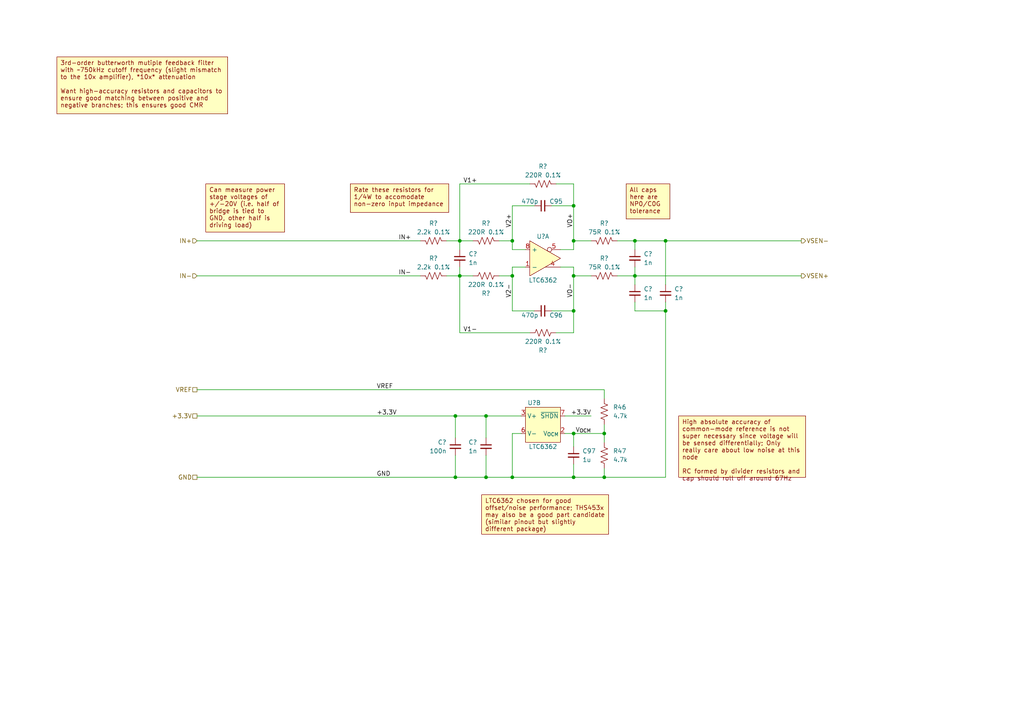
<source format=kicad_sch>
(kicad_sch (version 20230121) (generator eeschema)
  (paper "A4")
  (title_block (title "Shim Amplifier Prototype") (date "2023-08-01") (rev "A.1") (company "Ishaan Govindarajan"))
  (lib_symbols
    (symbol "Custom-AnalogIC:LTC6362"
      (property "Reference" "U" (at -2.54 6.35 0))
      (property "Value" "LTC6362" (at 0 -6.35 0))
      (symbol "LTC6362_1_1"
        (polyline (pts (xy -3.81 5.08) (xy -3.81 -5.08) (xy 5.08 0) (xy -3.81 5.08)) (fill (type background)))
        (pin input line (at -5.08 -2.54 0) (length 1.27) (name "-") (number "1"))
        (pin output line (at 5.08 -2.54 180) (length 4.445) (name "") (number "4"))
        (pin output inverted (at 5.08 2.54 180) (length 3.81) (name "") (number "5"))
        (pin input line (at -5.08 2.54 0) (length 1.27) (name "+") (number "8"))
      )
      (symbol "LTC6362_2_1"
        (rectangle (start -5.08 5.08) (end 5.08 -5.08) (fill (type background)))
        (pin input line (at 6.35 -2.54 180) (length 1.27) (name "V_{OCM}") (number "2"))
        (pin power_in line (at -6.35 2.54 0) (length 1.27) (name "V+") (number "3"))
        (pin power_in line (at -6.35 -2.54 0) (length 1.27) (name "V-") (number "6"))
        (pin input line (at 6.35 2.54 180) (length 1.27) (name "~{SHDN}") (number "7"))
      )
    )
    (symbol "Custom-Capacitor:CL10B104KB8NNWC" (pin_numbers hide) (pin_names (offset 0.254) hide)
      (property "Reference" "C" (at 0.254 1.778 0))
      (property "Value" "100n" (at 0.254 -2.032 0))
      (symbol "CL10B104KB8NNWC_0_1"
        (polyline (pts (xy -1.524 -0.508) (xy 1.524 -0.508)) (stroke (width 0.3302)))
        (polyline (pts (xy -1.524 0.508) (xy 1.524 0.508)) (stroke (width 0.3048)))
      )
      (symbol "CL10B104KB8NNWC_1_1"
        (pin passive line (at 0 2.54 270) (length 2.032) (name "~") (number "1"))
        (pin passive line (at 0 -2.54 90) (length 2.032) (name "~") (number "2"))
      )
    )
    (symbol "Custom-Capacitor:CL21B105KBFNNNG" (pin_numbers hide) (pin_names (offset 0.254) hide)
      (property "Reference" "C" (at 0.254 1.778 0))
      (property "Value" "1u" (at 0.254 -2.032 0))
      (symbol "CL21B105KBFNNNG_0_1"
        (polyline (pts (xy -1.524 -0.508) (xy 1.524 -0.508)) (stroke (width 0.3302)))
        (polyline (pts (xy -1.524 0.508) (xy 1.524 0.508)) (stroke (width 0.3048)))
      )
      (symbol "CL21B105KBFNNNG_1_1"
        (pin passive line (at 0 2.54 270) (length 2.032) (name "~") (number "1"))
        (pin passive line (at 0 -2.54 90) (length 2.032) (name "~") (number "2"))
      )
    )
    (symbol "Custom-Capacitor:GCM1885C2A102FA16D" (pin_numbers hide) (pin_names (offset 0.254) hide)
      (property "Reference" "C" (at 0.254 1.778 0))
      (property "Value" "1n" (at 0.254 -2.032 0))
      (symbol "GCM1885C2A102FA16D_0_1"
        (polyline (pts (xy -1.524 -0.508) (xy 1.524 -0.508)) (stroke (width 0.3302)))
        (polyline (pts (xy -1.524 0.508) (xy 1.524 0.508)) (stroke (width 0.3048)))
      )
      (symbol "GCM1885C2A102FA16D_1_1"
        (pin passive line (at 0 2.54 270) (length 2.032) (name "~") (number "1"))
        (pin passive line (at 0 -2.54 90) (length 2.032) (name "~") (number "2"))
      )
    )
    (symbol "Custom-Capacitor:GCM1885C2A471FA16D" (pin_numbers hide) (pin_names (offset 0.254) hide)
      (property "Reference" "C" (at 0.254 1.778 0))
      (property "Value" "470p" (at 0.254 -2.032 0))
      (symbol "GCM1885C2A471FA16D_0_1"
        (polyline (pts (xy -1.524 -0.508) (xy 1.524 -0.508)) (stroke (width 0.3302)))
        (polyline (pts (xy -1.524 0.508) (xy 1.524 0.508)) (stroke (width 0.3048)))
      )
      (symbol "GCM1885C2A471FA16D_1_1"
        (pin passive line (at 0 2.54 270) (length 2.032) (name "~") (number "1"))
        (pin passive line (at 0 -2.54 90) (length 2.032) (name "~") (number "2"))
      )
    )
    (symbol "Custom-Resistor:RMCF0603FT4K70" (pin_numbers hide) (pin_names (offset 0))
      (property "Reference" "R" (at 2.54 0 90))
      (property "Value" "4.7k" (at -2.54 0 90))
      (symbol "RMCF0603FT4K70_0_1"
        (polyline (pts (xy 0 -2.286) (xy 0 -2.54)))
        (polyline (pts (xy 0 2.286) (xy 0 2.54)))
        (polyline (pts (xy 0 -0.762) (xy 1.016 -1.143) (xy 0 -1.524) (xy -1.016 -1.905) (xy 0 -2.286)))
        (polyline (pts (xy 0 0.762) (xy 1.016 0.381) (xy 0 0) (xy -1.016 -0.381) (xy 0 -0.762)))
        (polyline (pts (xy 0 2.286) (xy 1.016 1.905) (xy 0 1.524) (xy -1.016 1.143) (xy 0 0.762)))
      )
      (symbol "RMCF0603FT4K70_1_1"
        (pin passive line (at 0 3.81 270) (length 1.27) (name "~") (number "1"))
        (pin passive line (at 0 -3.81 90) (length 1.27) (name "~") (number "2"))
      )
    )
    (symbol "Custom-Resistor:RN73R1JTTD2200B25" (pin_numbers hide) (pin_names (offset 0))
      (property "Reference" "R" (at 2.54 0 90))
      (property "Value" "220R 0.1%" (at -2.54 0 90))
      (symbol "RN73R1JTTD2200B25_0_1"
        (polyline (pts (xy 0 -2.286) (xy 0 -2.54)))
        (polyline (pts (xy 0 2.286) (xy 0 2.54)))
        (polyline (pts (xy 0 -0.762) (xy 1.016 -1.143) (xy 0 -1.524) (xy -1.016 -1.905) (xy 0 -2.286)))
        (polyline (pts (xy 0 0.762) (xy 1.016 0.381) (xy 0 0) (xy -1.016 -0.381) (xy 0 -0.762)))
        (polyline (pts (xy 0 2.286) (xy 1.016 1.905) (xy 0 1.524) (xy -1.016 1.143) (xy 0 0.762)))
      )
      (symbol "RN73R1JTTD2200B25_1_1"
        (pin passive line (at 0 3.81 270) (length 1.27) (name "~") (number "1"))
        (pin passive line (at 0 -3.81 90) (length 1.27) (name "~") (number "2"))
      )
    )
    (symbol "Custom-Resistor:RN73R1JTTD75R0B25" (pin_numbers hide) (pin_names (offset 0))
      (property "Reference" "R" (at 2.54 0 90))
      (property "Value" "75R 0.1%" (at -2.54 0 90))
      (symbol "RN73R1JTTD75R0B25_0_1"
        (polyline (pts (xy 0 -2.286) (xy 0 -2.54)))
        (polyline (pts (xy 0 2.286) (xy 0 2.54)))
        (polyline (pts (xy 0 -0.762) (xy 1.016 -1.143) (xy 0 -1.524) (xy -1.016 -1.905) (xy 0 -2.286)))
        (polyline (pts (xy 0 0.762) (xy 1.016 0.381) (xy 0 0) (xy -1.016 -0.381) (xy 0 -0.762)))
        (polyline (pts (xy 0 2.286) (xy 1.016 1.905) (xy 0 1.524) (xy -1.016 1.143) (xy 0 0.762)))
      )
      (symbol "RN73R1JTTD75R0B25_1_1"
        (pin passive line (at 0 3.81 270) (length 1.27) (name "~") (number "1"))
        (pin passive line (at 0 -3.81 90) (length 1.27) (name "~") (number "2"))
      )
    )
    (symbol "Custom-Resistor:RN73R2BTTD2201B25" (pin_numbers hide) (pin_names (offset 0))
      (property "Reference" "R" (at 2.54 0 90))
      (property "Value" "2.2k 0.1%" (at -2.54 0 90))
      (symbol "RN73R2BTTD2201B25_0_1"
        (polyline (pts (xy 0 -2.286) (xy 0 -2.54)))
        (polyline (pts (xy 0 2.286) (xy 0 2.54)))
        (polyline (pts (xy 0 -0.762) (xy 1.016 -1.143) (xy 0 -1.524) (xy -1.016 -1.905) (xy 0 -2.286)))
        (polyline (pts (xy 0 0.762) (xy 1.016 0.381) (xy 0 0) (xy -1.016 -0.381) (xy 0 -0.762)))
        (polyline (pts (xy 0 2.286) (xy 1.016 1.905) (xy 0 1.524) (xy -1.016 1.143) (xy 0 0.762)))
      )
      (symbol "RN73R2BTTD2201B25_1_1"
        (pin passive line (at 0 3.81 270) (length 1.27) (name "~") (number "1"))
        (pin passive line (at 0 -3.81 90) (length 1.27) (name "~") (number "2"))
      )
    )
  )
  (junction (at 132.08 120.65))
  (junction (at 133.35 80.01))
  (junction (at 184.15 80.01))
  (junction (at 175.26 138.43))
  (junction (at 166.37 90.17))
  (junction (at 193.04 90.17))
  (junction (at 132.08 138.43))
  (junction (at 133.35 69.85))
  (junction (at 193.04 69.85))
  (junction (at 140.97 138.43))
  (junction (at 166.37 125.73))
  (junction (at 148.59 80.01))
  (junction (at 166.37 69.85))
  (junction (at 166.37 138.43))
  (junction (at 148.59 69.85))
  (junction (at 175.26 125.73))
  (junction (at 140.97 120.65))
  (junction (at 148.59 138.43))
  (junction (at 184.15 69.85))
  (junction (at 166.37 59.69))
  (junction (at 166.37 80.01))
  (wire (pts (xy 166.37 138.43) (xy 175.26 138.43)))
  (wire (pts (xy 166.37 53.34) (xy 166.37 59.69)))
  (wire (pts (xy 152.4 77.47) (xy 148.59 77.47)))
  (wire (pts (xy 166.37 59.69) (xy 160.02 59.69)))
  (wire (pts (xy 163.83 125.73) (xy 166.37 125.73)))
  (wire (pts (xy 175.26 135.89) (xy 175.26 138.43)))
  (wire (pts (xy 193.04 90.17) (xy 193.04 138.43)))
  (wire (pts (xy 175.26 138.43) (xy 193.04 138.43)))
  (wire (pts (xy 140.97 120.65) (xy 151.13 120.65)))
  (wire (pts (xy 166.37 90.17) (xy 160.02 90.17)))
  (wire (pts (xy 148.59 90.17) (xy 154.94 90.17)))
  (wire (pts (xy 175.26 125.73) (xy 175.26 123.19)))
  (wire (pts (xy 166.37 77.47) (xy 162.56 77.47)))
  (wire (pts (xy 184.15 69.85) (xy 184.15 72.39)))
  (wire (pts (xy 133.35 69.85) (xy 129.54 69.85)))
  (wire (pts (xy 166.37 134.62) (xy 166.37 138.43)))
  (wire (pts (xy 57.15 80.01) (xy 121.92 80.01)))
  (wire (pts (xy 132.08 138.43) (xy 140.97 138.43)))
  (wire (pts (xy 132.08 132.08) (xy 132.08 138.43)))
  (wire (pts (xy 166.37 96.52) (xy 161.29 96.52)))
  (wire (pts (xy 166.37 96.52) (xy 166.37 90.17)))
  (wire (pts (xy 148.59 138.43) (xy 166.37 138.43)))
  (wire (pts (xy 140.97 120.65) (xy 140.97 127)))
  (wire (pts (xy 166.37 80.01) (xy 166.37 77.47)))
  (wire (pts (xy 175.26 115.57) (xy 175.26 113.03)))
  (wire (pts (xy 148.59 125.73) (xy 151.13 125.73)))
  (wire (pts (xy 193.04 69.85) (xy 232.41 69.85)))
  (wire (pts (xy 163.83 120.65) (xy 171.45 120.65)))
  (wire (pts (xy 184.15 69.85) (xy 193.04 69.85)))
  (wire (pts (xy 175.26 125.73) (xy 175.26 128.27)))
  (wire (pts (xy 57.15 113.03) (xy 175.26 113.03)))
  (wire (pts (xy 57.15 138.43) (xy 132.08 138.43)))
  (wire (pts (xy 140.97 132.08) (xy 140.97 138.43)))
  (wire (pts (xy 166.37 59.69) (xy 166.37 69.85)))
  (wire (pts (xy 148.59 69.85) (xy 148.59 72.39)))
  (wire (pts (xy 171.45 69.85) (xy 166.37 69.85)))
  (wire (pts (xy 184.15 90.17) (xy 193.04 90.17)))
  (wire (pts (xy 148.59 69.85) (xy 148.59 59.69)))
  (wire (pts (xy 152.4 72.39) (xy 148.59 72.39)))
  (wire (pts (xy 153.67 96.52) (xy 133.35 96.52)))
  (wire (pts (xy 133.35 80.01) (xy 129.54 80.01)))
  (wire (pts (xy 184.15 69.85) (xy 179.07 69.85)))
  (wire (pts (xy 166.37 125.73) (xy 166.37 129.54)))
  (wire (pts (xy 184.15 80.01) (xy 184.15 82.55)))
  (wire (pts (xy 133.35 53.34) (xy 133.35 69.85)))
  (wire (pts (xy 57.15 120.65) (xy 132.08 120.65)))
  (wire (pts (xy 166.37 72.39) (xy 162.56 72.39)))
  (wire (pts (xy 232.41 80.01) (xy 184.15 80.01)))
  (wire (pts (xy 166.37 125.73) (xy 175.26 125.73)))
  (wire (pts (xy 132.08 120.65) (xy 140.97 120.65)))
  (wire (pts (xy 137.16 80.01) (xy 133.35 80.01)))
  (wire (pts (xy 166.37 53.34) (xy 161.29 53.34)))
  (wire (pts (xy 153.67 53.34) (xy 133.35 53.34)))
  (wire (pts (xy 148.59 69.85) (xy 144.78 69.85)))
  (wire (pts (xy 148.59 138.43) (xy 148.59 125.73)))
  (wire (pts (xy 133.35 69.85) (xy 133.35 72.39)))
  (wire (pts (xy 184.15 80.01) (xy 179.07 80.01)))
  (wire (pts (xy 148.59 80.01) (xy 144.78 80.01)))
  (wire (pts (xy 132.08 120.65) (xy 132.08 127)))
  (wire (pts (xy 184.15 87.63) (xy 184.15 90.17)))
  (wire (pts (xy 133.35 77.47) (xy 133.35 80.01)))
  (wire (pts (xy 137.16 69.85) (xy 133.35 69.85)))
  (wire (pts (xy 166.37 69.85) (xy 166.37 72.39)))
  (wire (pts (xy 148.59 77.47) (xy 148.59 80.01)))
  (wire (pts (xy 193.04 69.85) (xy 193.04 82.55)))
  (wire (pts (xy 57.15 69.85) (xy 121.92 69.85)))
  (wire (pts (xy 148.59 59.69) (xy 154.94 59.69)))
  (wire (pts (xy 166.37 90.17) (xy 166.37 80.01)))
  (wire (pts (xy 148.59 80.01) (xy 148.59 90.17)))
  (wire (pts (xy 171.45 80.01) (xy 166.37 80.01)))
  (wire (pts (xy 133.35 96.52) (xy 133.35 80.01)))
  (wire (pts (xy 140.97 138.43) (xy 148.59 138.43)))
  (wire (pts (xy 193.04 87.63) (xy 193.04 90.17)))
  (wire (pts (xy 184.15 77.47) (xy 184.15 80.01)))
  (text_box "LTC6362 chosen for good offset/noise performance; THS453x may also be a good part candidate (similar pinout but slightly different package)\n" (at 139.7 143.51 0) (size 36.83 11.43) (stroke (width 0) (color 132 0 0 1)) (fill (type color) (color 255 255 194 1)) (effects (font (size 1.27 1.27)) (justify left top)))
  (text_box "3rd-order butterworth mutiple feedback filter with ~750kHz cutoff frequency (slight mismatch to the 10x amplifier), *10x* attenuation\n\nWant high-accuracy resistors and capacitors to ensure good matching between positive and negative branches; this ensures good CMR" (at 16.51 16.51 0) (size 49.53 16.51) (stroke (width 0) (color 132 0 0 1)) (fill (type color) (color 255 255 194 1)) (effects (font (size 1.27 1.27)) (justify left top)))
  (text_box "All caps here are NP0/C0G tolerance\n" (at 181.61 53.34 0) (size 12.7 10.16) (stroke (width 0) (color 132 0 0 1)) (fill (type color) (color 255 255 194 1)) (effects (font (size 1.27 1.27)) (justify left top)))
  (text_box "Rate these resistors for 1/4W to accomodate non-zero input impedance" (at 101.6 53.34 0) (size 28.575 8.255) (stroke (width 0) (color 132 0 0 1)) (fill (type color) (color 255 255 194 1)) (effects (font (size 1.27 1.27)) (justify left top)))
  (text_box "Can measure power stage voltages of +/-20V (i.e. half of bridge is tied to GND, other half is driving load)" (at 59.69 53.34 0) (size 22.86 13.97) (stroke (width 0) (color 132 0 0 1)) (fill (type color) (color 255 255 194 1)) (effects (font (size 1.27 1.27)) (justify left top)))
  (text_box "High absolute accuracy of common-mode reference is not super necessary since voltage will be sensed differentially; Only really care about low noise at this node\n\nRC formed by divider resistors and cap should roll off around 67Hz\n" (at 196.85 120.65 0) (size 36.83 17.78) (stroke (width 0) (color 132 0 0 1)) (fill (type color) (color 255 255 194 1)) (effects (font (size 1.27 1.27)) (justify left top)))
  (label "+3.3V" (at 171.45 120.65 180))
  (label "V1-" (at 138.43 96.52 180))
  (label "GND" (at 109.22 138.43 0))
  (label "IN+" (at 115.57 69.85 0))
  (label "V2+" (at 148.59 66.04 90))
  (label "V_{OCM}" (at 171.45 125.73 180))
  (label "V1+" (at 138.43 53.34 180))
  (label "VREF" (at 109.22 113.03 0))
  (label "V2-" (at 148.59 86.36 90))
  (label "+3.3V" (at 109.22 120.65 0))
  (label "VO-" (at 166.37 86.36 90))
  (label "VO+" (at 166.37 66.04 90))
  (label "IN-" (at 115.57 80.01 0))
  (hierarchical_label "IN+" (shape input) (at 57.15 69.85 180))
  (hierarchical_label "GND" (shape passive) (at 57.15 138.43 180))
  (hierarchical_label "VREF" (shape passive) (at 57.15 113.03 180))
  (hierarchical_label "+3.3V" (shape passive) (at 57.15 120.65 180))
  (hierarchical_label "VSEN-" (shape output) (at 232.41 69.85 0))
  (hierarchical_label "IN-" (shape input) (at 57.15 80.01 180))
  (hierarchical_label "VSEN+" (shape output) (at 232.41 80.01 0))
  (symbol (lib_id "Custom-Resistor:RN73R1JTTD75R0B25") (at 175.26 80.01 270) (mirror x) (unit 1)
    (property "Reference" "R?" (at 175.26 74.93 90))
    (property "Value" "75R 0.1%" (at 175.26 77.47 90))
    (property "Footprint" "Resistor_SMD:R_0603_1608Metric_Pad0.98x0.95mm_HandSolder" (effects hide))
    (property "Datasheet" "https://www.koaspeer.com/pdfs/RN73R.pdf" (effects hide))
    (property "Manufacturer" "KOA Speer Electronics, Inc." (effects hide))
    (property "Part Number" "RN73R1JTTD75R0B25" (effects hide))
    (instances (project "Class-D Prototype revA" (path "" (reference "R?") (unit 1)) (path "" (reference "R45") (unit 1))))
  )
  (symbol (lib_id "Custom-Resistor:RN73R1JTTD2200B25") (at 157.48 53.34 270) (mirror x) (unit 1)
    (property "Reference" "R?" (at 157.48 48.26 90))
    (property "Value" "220R 0.1%" (at 157.48 50.8 90))
    (property "Footprint" "Resistor_SMD:R_0603_1608Metric_Pad0.98x0.95mm_HandSolder" (effects hide))
    (property "Datasheet" "https://www.koaspeer.com/pdfs/RN73R.pdf" (effects hide))
    (property "Manufacturer" "KOA Speer Electronics, Inc." (effects hide))
    (property "Part Number" "RN73R1JTTD2200B25" (effects hide))
    (instances (project "Class-D Prototype revA" (path "" (reference "R?") (unit 1)) (path "" (reference "R42") (unit 1))))
  )
  (symbol (lib_id "Custom-Resistor:RN73R2BTTD2201B25") (at 125.73 80.01 270) (mirror x) (unit 1)
    (property "Reference" "R?" (at 125.73 74.93 90))
    (property "Value" "2.2k 0.1%" (at 125.73 77.47 90))
    (property "Footprint" "Resistor_SMD:R_1206_3216Metric_Pad1.30x1.75mm_HandSolder" (effects hide))
    (property "Datasheet" "https://www.koaspeer.com/pdfs/RN73R.pdf" (effects hide))
    (property "Manufacturer" "KOA Speer Electronics, Inc." (effects hide))
    (property "Part Number" "RN73R2BTTD2201B25" (effects hide))
    (instances (project "Class-D Prototype revA" (path "" (reference "R?") (unit 1)) (path "" (reference "R39") (unit 1))))
  )
  (symbol (lib_id "Custom-Capacitor:GCM1885C2A102FA16D") (at 193.04 85.09 0) (unit 1)
    (property "Reference" "C?" (at 195.58 83.8263 0) (effects (justify left)))
    (property "Value" "1n" (at 195.58 86.3663 0) (effects (justify left)))
    (property "Footprint" "Capacitor_SMD:C_0603_1608Metric_Pad1.08x0.95mm_HandSolder" (effects hide))
    (property "Datasheet" "https://search.murata.co.jp/Ceramy/image/img/A01X/G101/ENG/GCM1885C2A102FA16-01.pdf" (effects hide))
    (property "Manufacturer" "Murata Electronics" (effects hide))
    (property "Part Number" "GCM1885C2A102FA16D" (effects hide))
    (instances (project "Class-D Prototype revA" (path "" (reference "C?") (unit 1)) (path "" (reference "C100") (unit 1))))
  )
  (symbol (lib_id "Custom-Resistor:RN73R1JTTD2200B25") (at 140.97 80.01 270) (unit 1)
    (property "Reference" "R?" (at 140.97 85.09 90))
    (property "Value" "220R 0.1%" (at 140.97 82.55 90))
    (property "Footprint" "Resistor_SMD:R_0603_1608Metric_Pad0.98x0.95mm_HandSolder" (effects hide))
    (property "Datasheet" "https://www.koaspeer.com/pdfs/RN73R.pdf" (effects hide))
    (property "Manufacturer" "KOA Speer Electronics, Inc." (effects hide))
    (property "Part Number" "RN73R1JTTD2200B25" (effects hide))
    (instances (project "Class-D Prototype revA" (path "" (reference "R?") (unit 1)) (path "" (reference "R41") (unit 1))))
  )
  (symbol (lib_id "Custom-Resistor:RN73R1JTTD75R0B25") (at 175.26 69.85 270) (mirror x) (unit 1)
    (property "Reference" "R?" (at 175.26 64.77 90))
    (property "Value" "75R 0.1%" (at 175.26 67.31 90))
    (property "Footprint" "Resistor_SMD:R_0603_1608Metric_Pad0.98x0.95mm_HandSolder" (effects hide))
    (property "Datasheet" "https://www.koaspeer.com/pdfs/RN73R.pdf" (effects hide))
    (property "Manufacturer" "KOA Speer Electronics, Inc." (effects hide))
    (property "Part Number" "RN73R1JTTD75R0B25" (effects hide))
    (instances (project "Class-D Prototype revA" (path "" (reference "R?") (unit 1)) (path "" (reference "R44") (unit 1))))
  )
  (symbol (lib_id "Custom-AnalogIC:LTC6362") (at 157.48 123.19 0) (unit 2)
    (property "Reference" "U?" (at 154.94 116.84 0))
    (property "Value" "LTC6362" (at 157.48 129.54 0))
    (property "Footprint" "Package_SO:MSOP-8_3x3mm_P0.65mm" (effects hide))
    (property "Datasheet" "https://www.analog.com/media/en/technical-documentation/data-sheets/6362fa.pdf" (effects hide))
    (property "Manufacturer" "Analog Devices Inc." (effects hide))
    (property "Part Number" "LTC6362CMS8#TRPBF" (effects hide))
    (instances (project "Class-D Prototype revA" (path "" (reference "U?") (unit 2)) (path "" (reference "U6") (unit 2))))
  )
  (symbol (lib_id "Custom-Capacitor:GCM1885C2A102FA16D") (at 133.35 74.93 0) (unit 1)
    (property "Reference" "C?" (at 135.89 73.6663 0) (effects (justify left)))
    (property "Value" "1n" (at 135.89 76.2063 0) (effects (justify left)))
    (property "Footprint" "Capacitor_SMD:C_0603_1608Metric_Pad1.08x0.95mm_HandSolder" (effects hide))
    (property "Datasheet" "https://search.murata.co.jp/Ceramy/image/img/A01X/G101/ENG/GCM1885C2A102FA16-01.pdf" (effects hide))
    (property "Manufacturer" "Murata Electronics" (effects hide))
    (property "Part Number" "GCM1885C2A102FA16D" (effects hide))
    (instances (project "Class-D Prototype revA" (path "" (reference "C?") (unit 1)) (path "" (reference "C93") (unit 1))))
  )
  (symbol (lib_id "Custom-Capacitor:GCM1885C2A471FA16D") (at 157.48 59.69 90) (unit 1)
    (property "Reference" "C95" (at 161.29 58.42 90))
    (property "Value" "470p" (at 153.67 58.42 90))
    (property "Footprint" "Capacitor_SMD:C_0603_1608Metric_Pad1.08x0.95mm_HandSolder" (effects hide))
    (property "Datasheet" "https://search.murata.co.jp/Ceramy/image/img/A01X/G101/ENG/GCM1885C2A471FA16-01.pdf" (effects hide))
    (property "Manufacturer" "Murata Electronics" (effects hide))
    (property "Part Number" "GCM1885C2A471FA16D" (effects hide))
  )
  (symbol (lib_id "Custom-Capacitor:GCM1885C2A102FA16D") (at 184.15 85.09 0) (unit 1)
    (property "Reference" "C?" (at 186.69 83.8263 0) (effects (justify left)))
    (property "Value" "1n" (at 186.69 86.3663 0) (effects (justify left)))
    (property "Footprint" "Capacitor_SMD:C_0603_1608Metric_Pad1.08x0.95mm_HandSolder" (effects hide))
    (property "Datasheet" "https://search.murata.co.jp/Ceramy/image/img/A01X/G101/ENG/GCM1885C2A102FA16-01.pdf" (effects hide))
    (property "Manufacturer" "Murata Electronics" (effects hide))
    (property "Part Number" "GCM1885C2A102FA16D" (effects hide))
    (instances (project "Class-D Prototype revA" (path "" (reference "C?") (unit 1)) (path "" (reference "C99") (unit 1))))
  )
  (symbol (lib_id "Custom-Resistor:RMCF0603FT4K70") (at 175.26 119.38 0) (unit 1)
    (property "Reference" "R46" (at 177.8 118.11 0) (effects (justify left)))
    (property "Value" "4.7k" (at 177.8 120.65 0) (effects (justify left)))
    (property "Footprint" "Resistor_SMD:R_0603_1608Metric_Pad0.98x0.95mm_HandSolder" (effects hide))
    (property "Datasheet" "https://www.seielect.com/Catalog/SEI-RMCF_RMCP.pdf" (effects hide))
    (property "Manufacturer" "Stackpole Electronics Inc" (effects hide))
    (property "Part Number" "RMCF0603FT4K70" (effects hide))
  )
  (symbol (lib_id "Custom-Resistor:RMCF0603FT4K70") (at 175.26 132.08 0) (unit 1)
    (property "Reference" "R47" (at 177.8 130.81 0) (effects (justify left)))
    (property "Value" "4.7k" (at 177.8 133.35 0) (effects (justify left)))
    (property "Footprint" "Resistor_SMD:R_0603_1608Metric_Pad0.98x0.95mm_HandSolder" (effects hide))
    (property "Datasheet" "https://www.seielect.com/Catalog/SEI-RMCF_RMCP.pdf" (effects hide))
    (property "Manufacturer" "Stackpole Electronics Inc" (effects hide))
    (property "Part Number" "RMCF0603FT4K70" (effects hide))
  )
  (symbol (lib_id "Custom-Capacitor:CL21B105KBFNNNG") (at 166.37 132.08 0) (unit 1)
    (property "Reference" "C97" (at 168.91 130.8163 0) (effects (justify left)))
    (property "Value" "1u" (at 168.91 133.3563 0) (effects (justify left)))
    (property "Footprint" "Capacitor_SMD:C_0805_2012Metric_Pad1.18x1.45mm_HandSolder" (effects hide))
    (property "Datasheet" "https://media.digikey.com/pdf/Data%20Sheets/Samsung%20PDFs/CL21B105KBFNNNG_Spec.pdf" (effects hide))
    (property "Manufacturer" "Samsung Electro-Mechanics" (effects hide))
    (property "Part Number" "CL21B105KBFNNNG" (effects hide))
  )
  (symbol (lib_id "Custom-Capacitor:GCM1885C2A102FA16D") (at 140.97 129.54 0) (mirror y) (unit 1)
    (property "Reference" "C?" (at 138.43 128.2763 0) (effects (justify left)))
    (property "Value" "1n" (at 138.43 130.8163 0) (effects (justify left)))
    (property "Footprint" "Capacitor_SMD:C_0603_1608Metric_Pad1.08x0.95mm_HandSolder" (effects hide))
    (property "Datasheet" "https://search.murata.co.jp/Ceramy/image/img/A01X/G101/ENG/GCM1885C2A102FA16-01.pdf" (effects hide))
    (property "Manufacturer" "Murata Electronics" (effects hide))
    (property "Part Number" "GCM1885C2A102FA16D" (effects hide))
    (instances (project "Class-D Prototype revA" (path "" (reference "C?") (unit 1)) (path "" (reference "C94") (unit 1))))
  )
  (symbol (lib_id "Custom-Capacitor:GCM1885C2A471FA16D") (at 157.48 90.17 90) (mirror x) (unit 1)
    (property "Reference" "C96" (at 161.29 91.44 90))
    (property "Value" "470p" (at 153.67 91.44 90))
    (property "Footprint" "Capacitor_SMD:C_0603_1608Metric_Pad1.08x0.95mm_HandSolder" (effects hide))
    (property "Datasheet" "https://search.murata.co.jp/Ceramy/image/img/A01X/G101/ENG/GCM1885C2A471FA16-01.pdf" (effects hide))
    (property "Manufacturer" "Murata Electronics" (effects hide))
    (property "Part Number" "GCM1885C2A471FA16D" (effects hide))
  )
  (symbol (lib_id "Custom-Capacitor:GCM1885C2A102FA16D") (at 184.15 74.93 0) (unit 1)
    (property "Reference" "C?" (at 186.69 73.6663 0) (effects (justify left)))
    (property "Value" "1n" (at 186.69 76.2063 0) (effects (justify left)))
    (property "Footprint" "Capacitor_SMD:C_0603_1608Metric_Pad1.08x0.95mm_HandSolder" (effects hide))
    (property "Datasheet" "https://search.murata.co.jp/Ceramy/image/img/A01X/G101/ENG/GCM1885C2A102FA16-01.pdf" (effects hide))
    (property "Manufacturer" "Murata Electronics" (effects hide))
    (property "Part Number" "GCM1885C2A102FA16D" (effects hide))
    (instances (project "Class-D Prototype revA" (path "" (reference "C?") (unit 1)) (path "" (reference "C98") (unit 1))))
  )
  (symbol (lib_id "Custom-Resistor:RN73R2BTTD2201B25") (at 125.73 69.85 270) (mirror x) (unit 1)
    (property "Reference" "R?" (at 125.73 64.77 90))
    (property "Value" "2.2k 0.1%" (at 125.73 67.31 90))
    (property "Footprint" "Resistor_SMD:R_1206_3216Metric_Pad1.30x1.75mm_HandSolder" (effects hide))
    (property "Datasheet" "https://www.koaspeer.com/pdfs/RN73R.pdf" (effects hide))
    (property "Manufacturer" "KOA Speer Electronics, Inc." (effects hide))
    (property "Part Number" "RN73R2BTTD2201B25" (effects hide))
    (instances (project "Class-D Prototype revA" (path "" (reference "R?") (unit 1)) (path "" (reference "R38") (unit 1))))
  )
  (symbol (lib_id "Custom-Capacitor:CL10B104KB8NNWC") (at 132.08 129.54 0) (unit 1)
    (property "Reference" "C?" (at 129.54 128.2763 0) (effects (justify right)))
    (property "Value" "100n" (at 129.54 130.8163 0) (effects (justify right)))
    (property "Footprint" "Capacitor_SMD:C_0603_1608Metric_Pad1.08x0.95mm_HandSolder" (effects hide))
    (property "Datasheet" "https://product.samsungsem.com/mlcc/CL31B106KAHNFN.do" (effects hide))
    (property "Manufacturer" "Samsung Electro-Mechanics" (effects hide))
    (property "Part Number" "CL10B104KB8NNWC" (effects hide))
    (instances (project "Class-D Prototype revA" (path "" (reference "C?") (unit 1)) (path "" (reference "C92") (unit 1))))
  )
  (symbol (lib_id "Custom-Resistor:RN73R1JTTD2200B25") (at 140.97 69.85 270) (mirror x) (unit 1)
    (property "Reference" "R?" (at 140.97 64.77 90))
    (property "Value" "220R 0.1%" (at 140.97 67.31 90))
    (property "Footprint" "Resistor_SMD:R_0603_1608Metric_Pad0.98x0.95mm_HandSolder" (effects hide))
    (property "Datasheet" "https://www.koaspeer.com/pdfs/RN73R.pdf" (effects hide))
    (property "Manufacturer" "KOA Speer Electronics, Inc." (effects hide))
    (property "Part Number" "RN73R1JTTD2200B25" (effects hide))
    (instances (project "Class-D Prototype revA" (path "" (reference "R?") (unit 1)) (path "" (reference "R40") (unit 1))))
  )
  (symbol (lib_id "Custom-AnalogIC:LTC6362") (at 157.48 74.93 0) (unit 1)
    (property "Reference" "U?" (at 157.48 68.58 0))
    (property "Value" "LTC6362" (at 157.48 81.28 0))
    (property "Footprint" "Package_SO:MSOP-8_3x3mm_P0.65mm" (effects hide))
    (property "Datasheet" "https://www.analog.com/media/en/technical-documentation/data-sheets/6362fa.pdf" (effects hide))
    (property "Manufacturer" "Analog Devices Inc." (effects hide))
    (property "Part Number" "LTC6362CMS8#TRPBF" (effects hide))
    (instances (project "Class-D Prototype revA" (path "" (reference "U?") (unit 1)) (path "" (reference "U6") (unit 1))))
  )
  (symbol (lib_id "Custom-Resistor:RN73R1JTTD2200B25") (at 157.48 96.52 270) (unit 1)
    (property "Reference" "R?" (at 157.48 101.6 90))
    (property "Value" "220R 0.1%" (at 157.48 99.06 90))
    (property "Footprint" "Resistor_SMD:R_0603_1608Metric_Pad0.98x0.95mm_HandSolder" (effects hide))
    (property "Datasheet" "https://www.koaspeer.com/pdfs/RN73R.pdf" (effects hide))
    (property "Manufacturer" "KOA Speer Electronics, Inc." (effects hide))
    (property "Part Number" "RN73R1JTTD2200B25" (effects hide))
    (instances (project "Class-D Prototype revA" (path "" (reference "R?") (unit 1)) (path "" (reference "R43") (unit 1))))
  )
)
</source>
